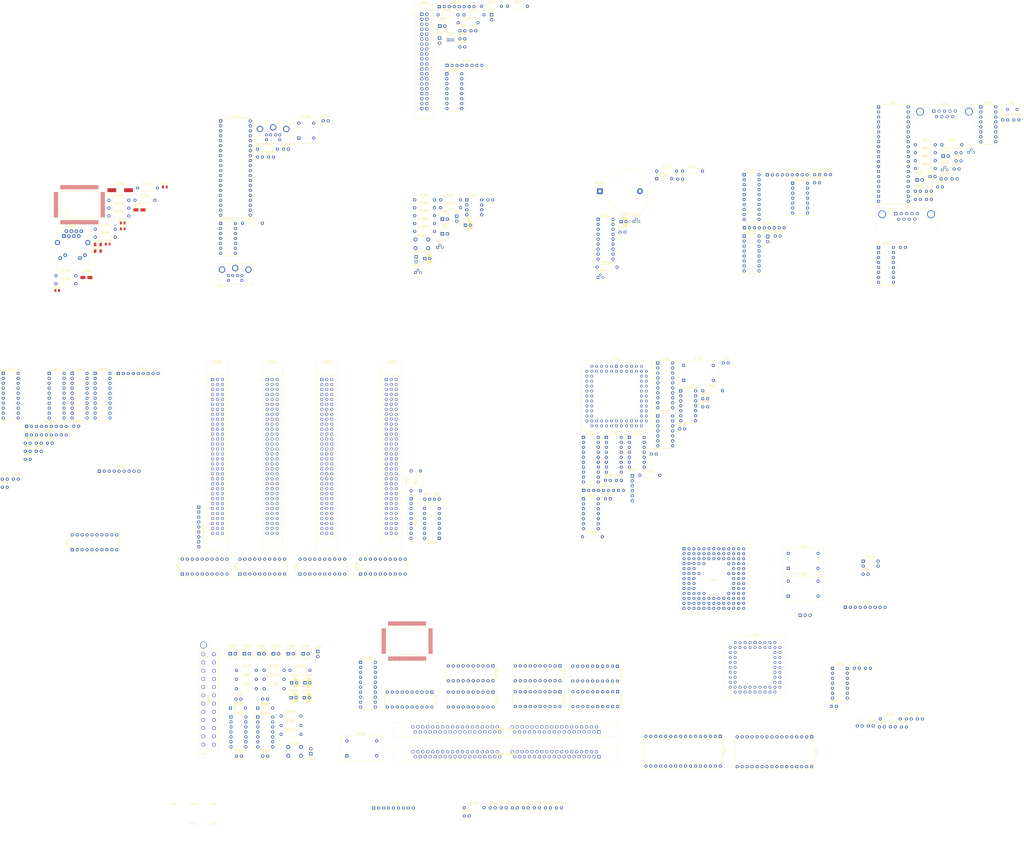
<source format=kicad_pcb>
(kicad_pcb (version 20211014) (generator pcbnew)
  (layers (0 "F.Cu" signal) (1 "In1.Cu" power) (2 "In2.Cu" power) (31 "B.Cu" signal) (34 "B.Paste" user) (35 "F.Paste" user) (36 "B.SilkS" user "B.Silkscreen") (37 "F.SilkS" user "F.Silkscreen") (38 "B.Mask" user) (39 "F.Mask" user) (44 "Edge.Cuts" user))
  (net 0 "")
  (net 1 "Net-(BT1401-Pad1)")
  (net 2 "GND")
  (net 3 "Net-(C201-Pad1)")
  (net 4 "Net-(C202-Pad1)")
  (net 5 "Net-(C203-Pad1)")
  (net 6 "+5V")
  (net 7 "Net-(C501-Pad1)")
  (net 8 "Net-(C502-Pad1)")
  (net 9 "Net-(C507-Pad1)")
  (net 10 "Net-(C507-Pad2)")
  (net 11 "Net-(C508-Pad1)")
  (net 12 "Net-(C508-Pad2)")
  (net 13 "Net-(C509-Pad1)")
  (net 14 "Net-(C510-Pad1)")
  (net 15 "Net-(C511-Pad1)")
  (net 16 "Net-(C511-Pad2)")
  (net 17 "Net-(C512-Pad1)")
  (net 18 "Net-(C512-Pad2)")
  (net 19 "Net-(C513-Pad2)")
  (net 20 "Net-(C514-Pad1)")
  (net 21 "Net-(C1302-Pad1)")
  (net 22 "Net-(C1304-Pad1)")
  (net 23 "Net-(C1403-Pad1)")
  (net 24 "+5V_SB")
  (net 25 "Net-(C1607-Pad1)")
  (net 26 "Net-(C1608-Pad1)")
  (net 27 "Net-(C1705-Pad1)")
  (net 28 "Net-(D201-Pad1)")
  (net 29 "Net-(D201-Pad2)")
  (net 30 "Net-(D202-Pad1)")
  (net 31 "Net-(D202-Pad2)")
  (net 32 "Net-(D501-Pad1)")
  (net 33 "Net-(D501-Pad2)")
  (net 34 "Net-(D502-Pad1)")
  (net 35 "Net-(D502-Pad2)")
  (net 36 "Net-(D601-Pad1)")
  (net 37 "Net-(D1301-Pad1)")
  (net 38 "Net-(D1301-Pad2)")
  (net 39 "Net-(D1302-Pad1)")
  (net 40 "Net-(D1302-Pad2)")
  (net 41 "Net-(D1601-Pad1)")
  (net 42 "Net-(D1603-Pad1)")
  (net 43 "+12V")
  (net 44 "Net-(D1604-Pad1)")
  (net 45 "Net-(D1606-Pad1)")
  (net 46 "+3V3")
  (net 47 "Net-(D1607-Pad1)")
  (net 48 "/Power/PWR_OK")
  (net 49 "-12V")
  (net 50 "Net-(D1608-Pad2)")
  (net 51 "/Expansion Slots/BD0")
  (net 52 "/Expansion Slots/BD2")
  (net 53 "/Expansion Slots/BD4")
  (net 54 "/Expansion Slots/BD6")
  (net 55 "/Expansion Slots/BD8")
  (net 56 "/Expansion Slots/BD10")
  (net 57 "/Expansion Slots/BD12")
  (net 58 "/Expansion Slots/BD14")
  (net 59 "/Expansion Slots/BA1")
  (net 60 "/Expansion Slots/BA3")
  (net 61 "/Expansion Slots/BA5")
  (net 62 "/Expansion Slots/BA7")
  (net 63 "/Expansion Slots/BA9")
  (net 64 "/Expansion Slots/BA11")
  (net 65 "/Expansion Slots/BA13")
  (net 66 "/Expansion Slots/BA15")
  (net 67 "/Expansion Slots/BA17")
  (net 68 "/Expansion Slots/BA19")
  (net 69 "/Expansion Slots/~{BAS}")
  (net 70 "/Expansion Slots/~{BVPA}")
  (net 71 "/Expansion Slots/~{BLDS}")
  (net 72 "/Expansion Slots/BRD{slash}~{WR}")
  (net 73 "/Expansion Slots/~{CS_EXTREG1}")
  (net 74 "/Expansion Slots/~{EXT_IRQ1}")
  (net 75 "/Expansion Slots/~{EXT_BERR1}")
  (net 76 "/Expansion Slots/BD16")
  (net 77 "/Expansion Slots/BD17")
  (net 78 "/Expansion Slots/BD18")
  (net 79 "/Expansion Slots/BD19")
  (net 80 "/Expansion Slots/BD20")
  (net 81 "/Expansion Slots/BD21")
  (net 82 "/Expansion Slots/BD22")
  (net 83 "/Expansion Slots/BD23")
  (net 84 "/Expansion Slots/BD24")
  (net 85 "/Expansion Slots/BD25")
  (net 86 "/Expansion Slots/BD26")
  (net 87 "/Expansion Slots/BD27")
  (net 88 "/Expansion Slots/BD28")
  (net 89 "/Expansion Slots/BD29")
  (net 90 "/Expansion Slots/BD30")
  (net 91 "/Expansion Slots/BD31")
  (net 92 "/Expansion Slots/BA0")
  (net 93 "/Expansion Slots/BA20")
  (net 94 "/Expansion Slots/BA21")
  (net 95 "/Expansion Slots/BA22")
  (net 96 "/Expansion Slots/BA23")
  (net 97 "/Expansion Slots/BA24")
  (net 98 "/Expansion Slots/BA25")
  (net 99 "/Expansion Slots/BA26")
  (net 100 "/Decode and Logic/~{DSACK1_EXT}")
  (net 101 "/Decode and Logic/~{DSACK0_EXT}")
  (net 102 "/Expansion Slots/BSIZ0")
  (net 103 "/Expansion Slots/BSIZ1")
  (net 104 "/Decode and Logic/~{EXT_PRD11}")
  (net 105 "/Expansion Slots/~{BDS}")
  (net 106 "/Expansion Slots/BCPUCLK")
  (net 107 "/Expansion Slots/BD1")
  (net 108 "/Expansion Slots/BD3")
  (net 109 "/Expansion Slots/BD5")
  (net 110 "/Expansion Slots/BD7")
  (net 111 "/Expansion Slots/BD9")
  (net 112 "/Expansion Slots/BD11")
  (net 113 "/Expansion Slots/BD13")
  (net 114 "/Expansion Slots/BD15")
  (net 115 "/Expansion Slots/BA2")
  (net 116 "/Expansion Slots/BA4")
  (net 117 "/Expansion Slots/BA6")
  (net 118 "/Expansion Slots/BA8")
  (net 119 "/Expansion Slots/BA10")
  (net 120 "/Expansion Slots/BA12")
  (net 121 "/Expansion Slots/BA14")
  (net 122 "/Expansion Slots/BA16")
  (net 123 "/Expansion Slots/BA18")
  (net 125 "/Expansion Slots/~{BVMA}")
  (net 126 "/Expansion Slots/BCLK10")
  (net 127 "/Expansion Slots/~{BUDS}")
  (net 128 "/Expansion Slots/~{BRESET}")
  (net 129 "/Expansion Slots/~{CS_EXTDATA1}")
  (net 130 "/Expansion Slots/~{DTACK_EXT1}")
  (net 131 "/Decode and Logic/~{EXT_PRD01}")
  (net 132 "/Expansion Slots/~{CS_EXTREG2}")
  (net 133 "/Expansion Slots/~{EXT_IRQ2}")
  (net 134 "/Expansion Slots/~{EXT_BERR2}")
  (net 135 "/Decode and Logic/~{EXT_PRD12}")
  (net 137 "/Expansion Slots/~{CS_EXTDATA2}")
  (net 138 "/Expansion Slots/~{DTACK_EXT2}")
  (net 139 "/Decode and Logic/~{EXT_PRD02}")
  (net 140 "/Expansion Slots/~{CS_EXTREG3}")
  (net 141 "/Expansion Slots/~{EXT_IRQ3}")
  (net 142 "/Expansion Slots/~{EXT_BERR3}")
  (net 143 "/Decode and Logic/~{EXT_PRD13}")
  (net 145 "/Expansion Slots/~{CS_EXTDATA3}")
  (net 146 "/Expansion Slots/~{DTACK_EXT3}")
  (net 147 "/Decode and Logic/~{EXT_PRD03}")
  (net 148 "/Expansion Slots/~{CS_EXTREG4}")
  (net 149 "/Expansion Slots/~{EXT_IRQ4}")
  (net 150 "/Expansion Slots/~{EXT_BERR4}")
  (net 151 "/Decode and Logic/~{EXT_PRD14}")
  (net 153 "/Expansion Slots/~{CS_EXTDATA4}")
  (net 154 "/Expansion Slots/~{DTACK_EXT4}")
  (net 155 "/Decode and Logic/~{EXT_PRD04}")
  (net 156 "Net-(J202-Pad2)")
  (net 157 "Net-(J301-Pad1)")
  (net 158 "/CPU and FPU/CPU_CLK")
  (net 159 "Net-(J301-Pad3)")
  (net 161 "Net-(J501-Pad2)")
  (net 162 "Net-(J501-Pad3)")
  (net 165 "Net-(J501-Pad7)")
  (net 166 "Net-(J501-Pad8)")
  (net 169 "Net-(J502-Pad2)")
  (net 170 "Net-(J502-Pad3)")
  (net 173 "Net-(J502-Pad7)")
  (net 174 "Net-(J502-Pad8)")
  (net 176 "Net-(J601-Pad1)")
  (net 177 "Net-(J602-Pad1)")
  (net 178 "Net-(J603-Pad1)")
  (net 179 "/ROM and SRAM/D31")
  (net 180 "/ROM and SRAM/D16")
  (net 181 "/ROM and SRAM/D30")
  (net 182 "/ROM and SRAM/D17")
  (net 183 "/ROM and SRAM/D29")
  (net 184 "/ROM and SRAM/D18")
  (net 185 "/ROM and SRAM/D28")
  (net 186 "/ROM and SRAM/D19")
  (net 187 "/ROM and SRAM/D27")
  (net 188 "/ROM and SRAM/D20")
  (net 189 "/ROM and SRAM/D26")
  (net 190 "/ROM and SRAM/D21")
  (net 191 "/ROM and SRAM/D25")
  (net 192 "/ROM and SRAM/D22")
  (net 193 "/ROM and SRAM/D24")
  (net 194 "/ROM and SRAM/D23")
  (net 195 "Net-(J603-Pad21)")
  (net 196 "Net-(J603-Pad23)")
  (net 197 "Net-(J603-Pad25)")
  (net 199 "Net-(J603-Pad29)")
  (net 200 "/IDE/IRQ")
  (net 202 "Net-(J603-Pad33)")
  (net 204 "Net-(J603-Pad35)")
  (net 205 "Net-(J603-Pad36)")
  (net 206 "Net-(J603-Pad37)")
  (net 207 "Net-(J603-Pad38)")
  (net 208 "/IDE/ACTIVE")
  (net 209 "/Decode and Logic/TCK")
  (net 210 "/Decode and Logic/TDI")
  (net 211 "/Decode and Logic/TDO")
  (net 212 "/Decode and Logic/TMS")
  (net 214 "Net-(J1201-Pad5)")
  (net 216 "Net-(J1201-Pad1)")
  (net 218 "Net-(J1202-Pad5)")
  (net 220 "Net-(J1202-Pad1)")
  (net 221 "Net-(J1301-PadL1)")
  (net 222 "Net-(J1301-PadL2)")
  (net 223 "Net-(J1301-PadL3)")
  (net 224 "Net-(J1301-PadL4)")
  (net 225 "Net-(J1301-PadR1)")
  (net 226 "Net-(J1301-PadR2)")
  (net 227 "Net-(J1301-PadR3)")
  (net 228 "Net-(J1301-PadR6)")
  (net 230 "/Power/~{PWR_ON}")
  (net 232 "Net-(J1602-Pad1)")
  (net 233 "Net-(J1603-Pad2)")
  (net 234 "/DRAM/RAM_D0")
  (net 235 "/DRAM/RAM_D16")
  (net 236 "/DRAM/RAM_D1")
  (net 237 "/DRAM/RAM_D17")
  (net 238 "/DRAM/RAM_D2")
  (net 239 "/DRAM/RAM_D18")
  (net 240 "/DRAM/RAM_D3")
  (net 241 "/DRAM/RAM_D19")
  (net 242 "/DRAM/SIM_A0")
  (net 243 "/DRAM/SIM_A1")
  (net 244 "/DRAM/SIM_A2")
  (net 245 "/DRAM/SIM_A3")
  (net 246 "/DRAM/SIM_A4")
  (net 247 "/DRAM/SIM_A5")
  (net 248 "/DRAM/SIM_A6")
  (net 249 "/DRAM/SIM_A10")
  (net 250 "/DRAM/RAM_D4")
  (net 251 "/DRAM/RAM_D20")
  (net 252 "/DRAM/RAM_D5")
  (net 253 "/DRAM/RAM_D21")
  (net 254 "/DRAM/RAM_D6")
  (net 255 "/DRAM/RAM_D22")
  (net 256 "/DRAM/RAM_D7")
  (net 257 "/DRAM/RAM_D23")
  (net 258 "/DRAM/SIM_A7")
  (net 259 "/DRAM/SIM_A11")
  (net 260 "/DRAM/SIM_A8")
  (net 261 "/DRAM/SIM_A9")
  (net 262 "/DRAM/~{BRAS3}")
  (net 263 "/DRAM/~{BRAS2}")
  (net 264 "/DRAM/~{BCAS_B0}")
  (net 265 "/DRAM/~{BCAS_B2}")
  (net 266 "/DRAM/~{BCAS_B3}")
  (net 267 "/DRAM/~{BCAS_B1}")
  (net 268 "/DRAM/~{BRAS0}")
  (net 269 "/DRAM/~{BRAS1}")
  (net 270 "/DRAM/~{RAM_WE}")
  (net 271 "/DRAM/RAM_D8")
  (net 272 "/DRAM/RAM_D24")
  (net 273 "/DRAM/RAM_D9")
  (net 274 "/DRAM/RAM_D25")
  (net 275 "/DRAM/RAM_D10")
  (net 276 "/DRAM/RAM_D26")
  (net 277 "/DRAM/RAM_D11")
  (net 278 "/DRAM/RAM_D27")
  (net 279 "/DRAM/RAM_D12")
  (net 280 "/DRAM/RAM_D28")
  (net 281 "/DRAM/RAM_D29")
  (net 282 "/DRAM/RAM_D13")
  (net 283 "/DRAM/RAM_D30")
  (net 284 "/DRAM/RAM_D14")
  (net 285 "/DRAM/RAM_D31")
  (net 286 "/DRAM/RAM_D15")
  (net 287 "/DRAM/PRDB0")
  (net 288 "/DRAM/PRDB1")
  (net 289 "/DRAM/PRDB2")
  (net 290 "/DRAM/PRDB3")
  (net 291 "Net-(Q201-Pad2)")
  (net 292 "Net-(Q202-Pad2)")
  (net 293 "Net-(Q501-Pad2)")
  (net 294 "Net-(Q502-Pad2)")
  (net 295 "/IDE/~{INT_IDE}")
  (net 296 "Net-(Q1401-Pad2)")
  (net 297 "Net-(Q1401-Pad3)")
  (net 298 "Net-(Q1402-Pad2)")
  (net 299 "/CPU and FPU/~{RESET}")
  (net 300 "/Decode and Logic/RUN")
  (net 301 "/CPU and FPU/~{FPUSENSE}")
  (net 302 "Net-(R501-Pad2)")
  (net 303 "/Serial/TXDA")
  (net 304 "/Serial/RXDA")
  (net 305 "Net-(R701-Pad2)")
  (net 306 "/CPU and FPU/~{DSACK0}")
  (net 307 "/CPU and FPU/~{DSACK1}")
  (net 308 "Net-(R1001-Pad2)")
  (net 309 "/Interrupts/~{INT_KBD}")
  (net 310 "/Interrupts/~{INT_MOUSE}")
  (net 311 "Net-(R1301-Pad1)")
  (net 312 "Net-(R1302-Pad1)")
  (net 313 "/Decode and Logic/INT_ETH")
  (net 314 "Net-(R1304-Pad1)")
  (net 315 "Net-(R1304-Pad2)")
  (net 316 "Net-(RN301-Pad2)")
  (net 317 "Net-(RN301-Pad3)")
  (net 318 "Net-(RN301-Pad4)")
  (net 319 "/CPU and FPU/~{CIIN}")
  (net 320 "/CPU and FPU/~{AVEC}")
  (net 321 "/CPU and FPU/~{CBACK}")
  (net 322 "/CPU and FPU/~{MMUDIS}")
  (net 323 "/CPU and FPU/~{CDIS}")
  (net 324 "/ROM and SRAM/A1")
  (net 325 "/ROM and SRAM/A2")
  (net 326 "/ROM and SRAM/A3")
  (net 329 "/CPU and FPU/R{slash}~{W}")
  (net 330 "/Decode and Logic/~{R}{slash}W")
  (net 333 "/DRAM/PRDA3")
  (net 334 "/DRAM/PRDA2")
  (net 335 "/DRAM/PRDA1")
  (net 336 "/DRAM/PRDA0")
  (net 337 "Net-(RN1701-Pad9)")
  (net 338 "/Decode and Logic/~{INT_ETH}")
  (net 347 "/DRAM/~{BCAS_A0}")
  (net 348 "/DRAM/~{BCAS_A2}")
  (net 349 "/DRAM/~{BCAS_A3}")
  (net 350 "/DRAM/~{BCAS_A1}")
  (net 355 "/Decode and Logic/RESET")
  (net 356 "/ROM and SRAM/A17")
  (net 357 "/ROM and SRAM/A19")
  (net 358 "/ROM and SRAM/A21")
  (net 359 "/ROM and SRAM/A10")
  (net 360 "/ROM and SRAM/A13")
  (net 361 "/ROM and SRAM/A28")
  (net 362 "/ROM and SRAM/A26")
  (net 363 "/ROM and SRAM/A23")
  (net 364 "/ROM and SRAM/A0")
  (net 365 "/ROM and SRAM/A30")
  (net 366 "/ROM and SRAM/A24")
  (net 367 "/ROM and SRAM/A15")
  (net 368 "/ROM and SRAM/A14")
  (net 369 "/ROM and SRAM/A16")
  (net 370 "/ROM and SRAM/A20")
  (net 371 "/ROM and SRAM/A7")
  (net 372 "/ROM and SRAM/A8")
  (net 373 "/ROM and SRAM/A29")
  (net 374 "/ROM and SRAM/A27")
  (net 376 "/ROM and SRAM/A22")
  (net 379 "/ROM and SRAM/A25")
  (net 380 "/ROM and SRAM/A12")
  (net 381 "/ROM and SRAM/A11")
  (net 382 "/ROM and SRAM/A18")
  (net 383 "/ROM and SRAM/A4")
  (net 384 "/ROM and SRAM/A5")
  (net 385 "/CPU and FPU/FC1")
  (net 387 "/ROM and SRAM/A9")
  (net 388 "/CPU and FPU/FC2")
  (net 389 "/CPU and FPU/FC0")
  (net 391 "/CPU and FPU/~{IPEND}")
  (net 392 "/CPU and FPU/~{IPL1}")
  (net 393 "/CPU and FPU/~{IPL2}")
  (net 394 "/CPU and FPU/~{STERM}")
  (net 395 "/CPU and FPU/~{IPL0}")
  (net 396 "/CPU and FPU/~{BERR}")
  (net 399 "/CPU and FPU/~{AS}")
  (net 400 "/ROM and SRAM/D0")
  (net 401 "/ROM and SRAM/D1")
  (net 402 "/CPU and FPU/~{CBREQ}")
  (net 403 "/CPU and FPU/~{DS}")
  (net 404 "/CPU and FPU/SIZ1")
  (net 405 "/ROM and SRAM/D10")
  (net 406 "/ROM and SRAM/D2")
  (net 407 "/ROM and SRAM/D4")
  (net 408 "/CPU and FPU/SIZ0")
  (net 409 "/ROM and SRAM/D7")
  (net 410 "/ROM and SRAM/D12")
  (net 411 "/ROM and SRAM/D14")
  (net 412 "/ROM and SRAM/D3")
  (net 413 "/ROM and SRAM/D6")
  (net 416 "/ROM and SRAM/D9")
  (net 417 "/ROM and SRAM/D15")
  (net 418 "/ROM and SRAM/D13")
  (net 419 "/ROM and SRAM/D11")
  (net 420 "/ROM and SRAM/D8")
  (net 421 "/ROM and SRAM/A6")
  (net 422 "/ROM and SRAM/D5")
  (net 423 "/CPU and FPU/~{CS_FPU}")
  (net 424 "Net-(U401-Pad22)")
  (net 425 "Net-(U403-Pad22)")
  (net 426 "/Decode and Logic/~{LDS}")
  (net 427 "/Decode and Logic/~{CS_ROM}")
  (net 428 "Net-(C1701-Pad1)")
  (net 429 "/Decode and Logic/~{UDS}")
  (net 431 "Net-(U501-Pad4)")
  (net 432 "Net-(U501-Pad7)")
  (net 433 "/Decode and Logic/~{DTACK_DUART}")
  (net 434 "Net-(U501-Pad10)")
  (net 435 "Net-(U501-Pad11)")
  (net 436 "Net-(U501-Pad12)")
  (net 440 "/Interrupts/~{INT_DUART}")
  (net 444 "Net-(U501-Pad29)")
  (net 445 "/Decode and Logic/~{CS_DUART}")
  (net 449 "/Decode and Logic/~{CS_IDE}")
  (net 456 "Net-(U701-Pad1)")
  (net 457 "Net-(U701-Pad3)")
  (net 465 "Net-(U703-Pad9)")
  (net 466 "/Decode and Logic/EXPSELEN")
  (net 467 "/DRAM/~{CS_DRAMPD}")
  (net 468 "/Decode and Logic/~{VMA}")
  (net 469 "/Decode and Logic/CLK10")
  (net 470 "/Decode and Logic/~{CS_STATUS}")
  (net 471 "/Decode and Logic/~{CPLD_DSACK0}")
  (net 472 "/Decode and Logic/~{CPLD_DSACK1}")
  (net 473 "Net-(RN1701-Pad2)")
  (net 474 "Net-(RN1701-Pad3)")
  (net 475 "/Decode and Logic/~{EXT_DTACK}")
  (net 476 "/Decode and Logic/~{EXT_BERR}")
  (net 477 "/Decode and Logic/~{EXT_DBEN}")
  (net 478 "/DRAM/JTAG_TDI")
  (net 479 "/Decode and Logic/EXPSEL2")
  (net 480 "/Decode and Logic/EXPSEL1")
  (net 481 "/Decode and Logic/EXPSEL0")
  (net 482 "/DRAM/~{CS_DRAM}")
  (net 483 "/DRAM/~{CS_DRAMCPLD}")
  (net 484 "/Decode and Logic/~{CS_INTERRUPT}")
  (net 485 "/Decode and Logic/~{CS_RTC}")
  (net 486 "/Decode and Logic/~{CS_KBD}")
  (net 487 "/Decode and Logic/~{CS_ETH}")
  (net 488 "/Decode and Logic/~{CS_CARDPRD}")
  (net 492 "/Decode and Logic/BOOTROM")
  (net 497 "/DRAM/~{DSACK0}")
  (net 498 "/DRAM/~{DSACK1}")
  (net 508 "Net-(U1001-Pad24)")
  (net 513 "/DRAM/MUX_A0")
  (net 514 "/DRAM/MUX_A1")
  (net 515 "/DRAM/MUX_A2")
  (net 516 "/DRAM/MUX_A3")
  (net 517 "/DRAM/MUX_A4")
  (net 518 "/DRAM/MUX_A5")
  (net 519 "/DRAM/MUX_A6")
  (net 520 "/DRAM/MUX_A7")
  (net 521 "/DRAM/MUX_A8")
  (net 522 "/DRAM/MUX_A9")
  (net 523 "/DRAM/MUX_A10")
  (net 524 "/DRAM/MUX_A11")
  (net 525 "/DRAM/~{RAS0}")
  (net 526 "/DRAM/~{RAS1}")
  (net 527 "/DRAM/~{RAS2}")
  (net 528 "/DRAM/~{RAS3}")
  (net 529 "/DRAM/~{CAS_A0}")
  (net 530 "/DRAM/~{CAS_A1}")
  (net 531 "/DRAM/~{CAS_A2}")
  (net 532 "/DRAM/~{CAS_A3}")
  (net 533 "/DRAM/~{CAS_B0}")
  (net 534 "/DRAM/~{CAS_B1}")
  (net 535 "/DRAM/~{CAS_B2}")
  (net 536 "/DRAM/~{CAS_B3}")
  (net 537 "/DRAM/RAM_DIR")
  (net 538 "Net-(U1201-Pad1)")
  (net 539 "Net-(U1201-Pad3)")
  (net 540 "Net-(U1201-Pad5)")
  (net 541 "Net-(U1201-Pad9)")
  (net 542 "Net-(U1201-Pad11)")
  (net 543 "Net-(U1201-Pad13)")
  (net 544 "Net-(U1202-Pad3)")
  (net 558 "/Ethernet/D24")
  (net 559 "/Ethernet/D25")
  (net 560 "/Ethernet/D26")
  (net 561 "/Ethernet/D27")
  (net 562 "/Ethernet/D28")
  (net 563 "/Ethernet/D29")
  (net 564 "/Ethernet/D30")
  (net 565 "/Ethernet/D31")
  (net 589 "/Ethernet/D23")
  (net 590 "/Ethernet/D22")
  (net 591 "/Ethernet/D21")
  (net 592 "/Ethernet/D20")
  (net 593 "/Ethernet/D19")
  (net 594 "/Ethernet/D18")
  (net 595 "/Ethernet/D17")
  (net 596 "/Ethernet/D16")
  (net 604 "Net-(U1601-Pad2)")
  (net 605 "Net-(U1601-Pad4)")
  (net 606 "Net-(U1601-Pad6)")
  (net 610 "Net-(U1602-Pad2)")
  (net 613 "Net-(U1702-Pad6)")
  (net 630 "Net-(RN1701-Pad4)")
  (net 631 "Net-(RN1701-Pad5)")
  (footprint "Capacitor_THT:C_Disc_D3.8mm_W2.6mm_P2.50mm" (layer "F.Cu") (at 55.9 238.252)
    (fp_text reference "C1605")
    (fp_text value "100nF")
  )
  (footprint "Resistor_THT:R_Axial_DIN0207_L6.3mm_D2.5mm_P10.16mm_Horizontal" (layer "F.Cu") (at 403.4 -74.67)
    (fp_text reference "R503")
    (fp_text value "150R")
  )
  (footprint "LED_THT:LED_D5.0mm" (layer "F.Cu") (at 52.749001 185.812244)
    (fp_text reference "D1601")
    (fp_text value "LED")
  )
  (footprint "Capacitor_THT:C_Disc_D3.8mm_W2.6mm_P2.50mm" (layer "F.Cu") (at 184.58 -46.45)
    (fp_text reference "C202")
    (fp_text value "10nF")
  )
  (footprint "Ddraig:58220214" (layer "F.Cu") (at 241.427 238.506)
    (fp_text reference "JSIMM1001")
    (fp_text value "SIMM-72" hide)
  )
  (footprint "Connector_Dsub:DSUB-9_Male_Horizontal_P2.77x2.84mm_EdgePinOffset4.94mm_Housed_MountingHolesOffset7.48mm" (layer "F.Cu") (at 393.35 -39.410662)
    (fp_text reference "J501")
    (fp_text value "Serial1")
  )
  (footprint "Capacitor_THT:C_Disc_D3.8mm_W2.6mm_P2.50mm" (layer "F.Cu") (at 331.65 -27.95)
    (fp_text reference "C1703")
    (fp_text value "100nF")
  )
  (footprint "Resistor_THT:R_Axial_DIN0207_L6.3mm_D2.5mm_P10.16mm_Horizontal" (layer "F.Cu") (at -16.29 -27.36)
    (fp_text reference "R1304")
    (fp_text value "10M")
  )
  (footprint "LED_THT:LED_D5.0mm" (layer "F.Cu") (at 161.32 -36.65)
    (fp_text reference "D201")
    (fp_text value "RED")
  )
  (footprint "Resistor_THT:R_Array_SIP9" (layer "F.Cu") (at -4.534 42.37)
    (fp_text reference "RN902")
    (fp_text value "10K")
  )
  (footprint "Ddraig:RTL8019AS" (layer "F.Cu") (at -24.5 -44)
    (fp_text reference "U1301")
    (fp_text value "RTL8019AS")
  )
  (footprint "Package_DIP:DIP-16_W7.62mm_Socket" (layer "F.Cu") (at 315.75 -27.9)
    (fp_text reference "U1704")
    (fp_text value "74LS148")
  )
  (footprint "Resistor_THT:R_Axial_DIN0207_L6.3mm_D2.5mm_P10.16mm_Horizontal" (layer "F.Cu") (at -9.36 -46.29)
    (fp_text reference "R1306")
    (fp_text value "680R")
  )
  (footprint "Ddraig:RTL8019AS" (layer "F.Cu") (at 143.256 179.324)
    (fp_text reference "U1001")
    (fp_text value "XC95108PQ100")
  )
  (footprint "LED_THT:LED_D5.0mm" (layer "F.Cu") (at 159.99 -135.4)
    (fp_text reference "D601")
    (fp_text value "Blue")
  )
  (footprint "Resistor_THT:R_Axial_DIN0207_L6.3mm_D2.5mm_P10.16mm_Horizontal" (layer "F.Cu") (at 78.74 227.076)
    (fp_text reference "R1602")
    (fp_text value "470R")
  )
  (footprint "Capacitor_THT:C_Disc_D3.8mm_W2.6mm_P2.50mm" (layer "F.Cu") (at -58.284 96.47)
    (fp_text reference "C909")
    (fp_text value "100nF")
  )
  (footprint "Capacitor_THT:C_Disc_D3.8mm_W2.6mm_P2.50mm" (layer "F.Cu") (at 404.414 219.188)
    (fp_text reference "C307")
    (fp_text value "100nF")
  )
  (footprint "Resistor_THT:R_Axial_DIN0207_L6.3mm_D2.5mm_P10.16mm_Horizontal" (layer "F.Cu") (at 55.88 203.708)
    (fp_text reference "R1604")
    (fp_text value "680R")
  )
  (footprint "Package_DIP:DIP-14_W7.62mm_Socket" (layer "F.Cu") (at 360.934 193.294)
    (fp_text reference "U405")
    (fp_text value "74LS32")
  )
  (footprint "Resistor_THT:R_Axial_DIN0207_L6.3mm_D2.5mm_P10.16mm_Horizontal" (layer "F.Cu") (at 385.454 219.138)
    (fp_text reference "R301")
    (fp_text value "10K")
  )
  (footprint "Ddraig:DIN41612_C_3x32_Female_Vertical_THT" (layer "F.Cu") (at 71.628 45.466)
    (fp_text reference "EXP802")
    (fp_text value "SLOT2")
  )
  (footprint "Capacitor_THT:C_Disc_D3.8mm_W2.6mm_P2.50mm" (layer "F.Cu") (at -52.184 82.22)
    (fp_text reference "C904")
    (fp_text value "100nF")
  )
  (footprint "Package_DIP:DIP-4_W7.62mm" (layer "F.Cu") (at 376.692 138.425)
    (fp_text reference "SW301")
    (fp_text value "SW_DIP_x02")
  )
  (footprint "Resistor_THT:R_Axial_DIN0207_L6.3mm_D2.5mm_P10.16mm_Horizontal" (layer "F.Cu") (at 232.982 125.938)
    (fp_text reference "R701")
    (fp_text value "4K7")
  )
  (footprint "Resistor_THT:R_Axial_DIN0207_L6.3mm_D2.5mm_P10.16mm_Horizontal" (layer "F.Cu") (at 147.11 -34.35)
    (fp_text reference "R206")
    (fp_text value "150R")
  )
  (footprint "LED_THT:LED_D5.0mm" (layer "F.Cu") (at 67.481001 185.812244)
    (fp_text reference "D1604")
    (fp_text value "LED")
  )
  (footprint "Ddraig:MC68030RC" (layer "F.Cu") (at 300.228 147.32 180)
    (fp_text reference "U301")
    (fp_text value "MC68030")
  )
  (footprint "MountingHole:MountingHole_4.3mm_M4" (layer "F.Cu") (at 43.668 278.13)
    (fp_text reference "H106")
    (fp_text value "MountingHole")
  )
  (footprint "Crystal:Crystal_HC18-U_Vertical" (layer "F.Cu") (at 450.55 -92.8)
    (fp_text reference "Y501")
    (fp_text value "3.6864MHz")
  )
  (footprint "Capacitor_THT:C_Disc_D3.8mm_W2.6mm_P2.50mm" (layer "F.Cu") (at 351.8 -55.25)
    (fp_text reference "C1702")
    (fp_text value "100nF")
  )
  (footprint "Package_DIP:DIP-20_W7.62mm_Socket" (layer "F.Cu") (at -39.934 42.32)
    (fp_text reference "U902")
    (fp_text value "74LS245")
  )
  (footprint "Package_TO_SOT_THT:TO-92" (layer "F.Cu") (at 430.67 -70.82)
    (fp_text reference "Q501")
    (fp_text value "2N4403")
  )
  (footprint "Resistor_THT:R_Axial_DIN0207_L6.3mm_D2.5mm_P10.16mm_Horizontal" (layer "F.Cu") (at 403.4 -66.57)
    (fp_text reference "R504")
    (fp_text value "150R")
  )
  (footprint "Package_DIP:DIP-18_W7.62mm_Socket" (layer "F.Cu") (at 241 -36.5)
    (fp_text reference "U1401")
    (fp_text value "RTC-72421")
  )
  (footprint "Capacitor_THT:C_Disc_D3.8mm_W2.6mm_P2.50mm" (layer "F.Cu") (at 294.532 59.438)
    (fp_text reference "C705")
    (fp_text value "100nF")
  )
  (footprint "Capacitor_SMD:C_0805_2012Metric" (layer "F.Cu") (at -2.33 -34.66)
    (fp_text reference "C1302")
    (fp_text value "10nF")
  )
  (footprint "Capacitor_THT:C_Disc_D3.8mm_W2.6mm_P2.50mm" (layer "F.Cu") (at 214.048 264.672)
    (fp_text reference "C1007")
    (fp_text value "100nF")
  )
  (footprint "Ddraig:MINI-DIN-6-FULL-SHIELD" (layer "F.Cu") (at 55.26 -16.269833)
    (fp_text reference "J1202")
    (fp_text value "Mouse" hide)
  )
  (footprint "Package_LCC:PLCC-68_THT-Socket" (layer "F.Cu") (at 321.31 180.086)
    (fp_text reference "U302")
    (fp_text value "MC68881FN")
  )
  (footprint "Capacitor_THT:C_Disc_D3.8mm_W2.6mm_P2.50mm" (layer "F.Cu") (at 390.584 223.238)
    (fp_text reference "C303")
    (fp_text value "100nF")
  )
  (footprint "Capacitor_THT:C_Disc_D3.8mm_W2.6mm_P2.50mm" (layer "F.Cu") (at 305.032 36.988)
    (fp_text reference "C704")
    (fp_text value "100nF")
  )
  (footprint "Capacitor_THT:C_Disc_D3.8mm_W2.6mm_P2.50mm" (layer "F.Cu") (at 170.25 -133.05)
    (fp_text reference "C601")
    (fp_text value "100nF")
  )
  (footprint "Resistor_THT:R_Axial_DIN0207_L6.3mm_D2.5mm_P10.16mm_Horizontal" (layer "F.Cu") (at 194.65 -145.55)
    (fp_text reference "R605")
    (fp_text value "10K")
  )
  (footprint "Capacitor_THT:C_Disc_D3.8mm_W2.6mm_P2.50mm" (layer "F.Cu") (at 252.25 -30)
    (fp_text reference "C1402")
    (fp_text value "100nF")
  )
  (footprint "Ddraig:DIN41612_C_3x32_Female_Vertical_THT" (layer "F.Cu") (at 99.568 45.466)
    (fp_text reference "EXP803")
    (fp_text value "SLOT3")
  )
  (footprint "Capacitor_THT:C_Disc_D3.8mm_W2.6mm_P2.50mm" (layer "F.Cu") (at -63.934 96.47)
    (fp_text reference "C902")
    (fp_text value "100nF")
  )
  (footprint "Capacitor_THT:C_Disc_D3.8mm_W2.6mm_P2.50mm" (layer "F.Cu") (at 69.382 238.252)
    (fp_text reference "C1606")
    (fp_text value "100nF")
  )
  (footprint "Ddraig:DIN41612_C_3x32_Female_Vertical_THT" (layer "F.Cu") (at 132.588 45.466)
    (fp_text reference "EXP804")
    (fp_text value "SLOT4")
  )
  (footprint "Package_DIP:DIP-20_W7.62mm_Socket" (layer "F.Cu") (at -28.189 132.578 90)
    (fp_text reference "U901")
    (fp_text value "74LS245")
  )
  (footprint "Package_DIP:DIP-20_W7.62mm_Socket" (layer "F.Cu") (at 28.199 145.024 90)
    (fp_text reference "U909")
    (fp_text value "74LS245")
  )
  (footprint "LED_THT:LED_D5.0mm" (layer "F.Cu") (at 161.32 -29.1)
    (fp_text reference "D202")
    (fp_text value "GREEN")
  )
  (footprint "Package_DIP:DIP-20_W7.62mm_Socket" (layer "F.Cu") (at 271.532 37.038)
    (fp_text reference "U708")
    (fp_text value "74LS541")
  )
  (footprint "Capacitor_THT:C_Disc_D3.8mm_W2.6mm_P2.50mm" (layer "F.Cu") (at -46.534 78.07)
    (fp_text reference "C903")
    (fp_text value "100nF")
  )
  (footprint "Capacitor_SMD:C_0805_2012Metric" (layer "F.Cu") (at 19.25 -53.06)
    (fp_text reference "C1303")
    (fp_text value "100nF")
  )
  (footprint "Connector_PinHeader_2.54mm:PinHeader_1x02_P2.54mm_Vertical" (layer "F.Cu") (at 97.536 184.658)
    (fp_text reference "J1603")
    (fp_text value "PWRLED")
  )
  (footprint "Diode_THT:D_DO-35_SOD27_P7.62mm_Horizontal" (layer "F.Cu") (at 66.802 213.614)
    (fp_text reference "D1602")
    (fp_text value "1N4148")
  )
  (footprint "Capacitor_THT:C_Disc_D3.8mm_W2.6mm_P2.50mm" (layer "F.Cu") (at 191.448 264.672)
    (fp_text reference "C1006")
    (fp_text value "100nF")
  )
  (footprint "Capacitor_THT:C_Disc_D3.8mm_W2.6mm_P2.50mm" (layer "F.Cu") (at 250.382 97.088)
    (fp_text reference "C708")
    (fp_text value "100nF")
  )
  (footprint "Capacitor_SMD:CP_Elec_4x5.7" (layer "F.Cu") (at 6.25 -41.34)
    (fp_text reference "C1307")
    (fp_text value "47uF")
  )
  (footprint "Capacitor_THT:C_Disc_D3.8mm_W2.6mm_P2.50mm" (layer "F.Cu") (at 410.9 -58.42)
    (fp_text reference "C511")
    (fp_text value "100nF")
  )
  (footprint "Resistor_THT:R_Axial_DIN0207_L6.3mm_D2.5mm_P10.16mm_Horizontal" (layer "F.Cu") (at 159.09 -141.2)
    (fp_text reference "R602")
    (fp_text value "330R")
  )
  (footprint "Resistor_THT:R_Axial_DIN0207_L6.3mm_D2.5mm_P10.16mm_Horizontal" (layer "F.Cu") (at 3.95 -46.29)
    (fp_text reference "R1301")
    (fp_text value "27K")
  )
  (footprint "MountingHole:MountingHole_4.3mm_M4" (layer "F.Cu") (at 33.518 267.98)
    (fp_text reference "H105")
    (fp_text value "MountingHole")
  )
  (footprint "Resistor_THT:R_Axial_DIN0207_L6.3mm_D2.5mm_P10.16mm_Horizontal" (layer "F.Cu") (at 160.42 -42.45)
    (fp_text reference "R205")
    (fp_text value "1K")
  )
  (footprint "LED_THT:LED_D5.0mm" (layer "F.Cu") (at 417.61 -68.87)
    (fp_text reference "D502")
    (fp_text value "Green")
  )
  (footprint "Capacitor_THT:C_Disc_D3.8mm_W2.6mm_P2.50mm" (layer "F.Cu") (at 244.732 106.488)
    (fp_text reference "C702")
    (fp_text value "100nF")
  )
  (footprint "Capacitor_THT:C_Disc_D3.8mm_W2.6mm_P2.50mm" (layer "F.Cu") (at 409.05 -50.87)
    (fp_text reference "C513")
    (fp_text value "100nF")
  )
  (footprint "Oscillator:Oscillator_DIP-14" (layer "F.Cu") (at 112.395 237.998)
    (fp_text reference "X1001")
    (fp_text value "80Mhz")
  )
  (footprint "Package_DIP:DIP-14_W7.62mm_Socket" (layer "F.Cu") (at 271.532 64.138)
    (fp_text reference "U701")
    (fp_text value "74LS07")
  )
  (footprint "Resistor_THT:R_Axial_DIN0207_L6.3mm_D2.5mm_P10.16mm_Horizontal" (layer "F.Cu") (at 5.29 -52.54)
    (fp_text reference "R1307")
    (fp_text value "680R")
  )
  (footprint "Resistor_THT:R_Axial_DIN0207_L6.3mm_D2.5mm_P10.16mm_Horizontal" (layer "F.Cu") (at 78.74 222.504)
    (fp_text reference "R1601")
    (fp_text value "10K")
  )
  (footprint "Capacitor_THT:C_Disc_D3.8mm_W2.6mm_P2.50mm" (layer "F.Cu") (at 376.642 145.125)
    (fp_text reference "C306")
    (fp_text value "100nF")
  )
  (footprint "Oscillator:Oscillator_DIP-14" (layer "F.Cu") (at 338.328 142.094)
    (fp_text reference "X301")
    (fp_text value "40Mhz")
  )
  (footprint "Capacitor_THT:CP_Radial_D5.0mm_P2.50mm" (layer "F.Cu") (at 90.678 208.28)
    (fp_text reference "C1601")
    (fp_text value "47uF")
  )
  (footprint "LED_THT:LED_D5.0mm" (layer "F.Cu") (at 82.467001 185.812244)
    (fp_text reference "D1607")
    (fp_text value "LED")
  )
  (footprint "Connector_PinHeader_2.54mm:PinHeader_1x02_P2.54mm_Vertical" (layer "F.Cu") (at 93.98 236.982 180)
    (fp_text reference "J1602")
    (fp_text value "ExtPWR")
  )
  (footprint "Package_TO_SOT_THT:TO-92" (layer "F.Cu") (at 259.29 -35.37)
    (fp_text reference "Q1402")
    (fp_text value "2N4403")
  )
  (footprint "Resistor_THT:R_Axial_DIN0207_L6.3mm_D2.5mm_P10.16mm_Horizontal" (layer "F.Cu") (at 284.26 -61.15)
    (fp_text reference "R1401")
    (fp_text value "4K7")
  )
  (footprint "LED_THT:LED_D5.0mm" (layer "F.Cu") (at 90.082001 185.812244)
    (fp_text reference "D1608")
    (fp_text value "LED")
  )
  (footprint "MountingHole:MountingHole_4.3mm_M4" (layer "F.Cu") (at 43.668 267.98)
    (fp_text reference "H103")
    (fp_text value "MountingHole")
  )
  (footprint "Resistor_THT:R_Array_SIP8" (layer "F.Cu") (at 159.74 -145.4)
    (fp_text reference "RN602")
    (fp_text value "22R")
  )
  (footprint "Package_DIP:DIP-14_W7.62mm_Socket" (layer "F.Cu") (at 256.982 75.088)
    (fp_text reference "U704")
    (fp_text value "74HC164")
  )
  (footprint "Resistor_THT:R_Axial_DIN0207_L6.3mm_D2.5mm_P10.16mm_Horizontal" (layer "F.Cu") (at 147.11 -38.4)
    (fp_text reference "R202")
    (fp_text value "150R")
  )
  (footprint "Capacitor_THT:CP_Radial_D5.0mm_P2.50mm" (layer "F.Cu") (at 152.299775 -16.45)
    (fp_text reference "C201")
    (fp_text value "10uF")
  )
  (footprint "Capacitor_THT:C_Disc_D3.8mm_W2.6mm_P2.50mm" (layer "F.Cu") (at 100.31 -86.944833)
    (fp_text reference "C1202")
    (fp_text value "100nF")
  )
  (footprint "Capacitor_THT:C_Disc_D3.8mm_W2.6mm_P2.50mm" (layer "F.Cu") (at 71.842 209.042 180)
    (fp_text reference "C1602")
    (fp_text value "100nF")
  )
  (footprint "Capacitor_THT:C_Disc_D3.8mm_W2.6mm_P2.50mm" (layer "F.Cu") (at 448.1 -87.4)
    (fp_text reference "C509")
    (fp_text value "100nF")
  )
  (footprint "Package_DIP:DIP-14_W7.62mm_Socket" (layer "F.Cu") (at 233.482 106.538)
    (fp_text reference "U702")
    (fp_text value "74LS04")
  )
  (footprint "Resistor_THT:R_Axial_DIN0207_L6.3mm_D2.5mm_P10.16mm_Horizontal" (layer "F.Cu") (at 150.104 102.367 90)
    (fp_text reference "R801")
    (fp_text value "10K")
  )
  (footprint "Capacitor_THT:C_Disc_D3.8mm_W2.6mm_P2.50mm" (layer "F.Cu") (at 423.22 -62.27)
    (fp_text reference "C503")
    (fp_text value "100nF")
  )
  (footprint "Capacitor_THT:C_Disc_D3.8mm_W2.6mm_P2.50mm" (layer "F.Cu") (at -52.184 78.07)
    (fp_text reference "C901")
    (fp_text value "100nF")
  )
  (footprint "Package_TO_SOT_THT:TO-92" (layer "F.Cu") (at 240.91 -6.77)
    (fp_text reference "Q1401")
    (fp_text value "BC549B")
  )
  (footprint "LED_THT:LED_D5.0mm" (layer "F.Cu") (at 59.983001 185.812244)
    (fp_text reference "D1603")
    (fp_text value "LED")
  )
  (footprint "Capacitor_THT:C_Disc_D3.8mm_W2.6mm_P2.50mm" (layer "F.Cu") (at 244.732 97.088)
    (fp_text reference "C706")
    (fp_text value "100nF")
  )
  (footprint "Capacitor_THT:C_Disc_D3.8mm_W2.6mm_P2.50mm" (layer "F.Cu") (at 360.434 212.744)
    (fp_text reference "C401")
    (fp_text value "100nF")
  )
  (footprint "Resistor_THT:R_Array_SIP9" (layer "F.Cu") (at -14.296 92.38)
    (fp_text reference "RN901")
    (fp_text value "10K")
  )
  (footprint "Capacitor_THT:CP_Radial_D5.0mm_P2.50mm" (layer "F.Cu") (at 173.109775 -33.5)
    (fp_text reference "C203")
    (fp_text value "10uF")
  )
  (footprint "Resistor_THT:R_Axial_DIN0207_L6.3mm_D2.5mm_P10.16mm_Horizontal" (layer "F.Cu") (at 294.532 51.188)
    (fp_text reference "R703")
    (fp_text value "10K")
  )
  (footprint "Capacitor_THT:C_Disc_D3.8mm_W2.6mm_P2.50mm" (layer "F.Cu") (at 403.4 -46.72)
    (fp_text reference "C502")
    (fp_text value "5pF")
  )
  (footprint "Capacitor_THT:C_Disc_D3.8mm_W2.6mm_P2.50mm" (layer "F.Cu") (at 202.748 264.672)
    (fp_text reference "C1005")
    (fp_text value "100nF")
  )
  (footprint "Ddraig:MINI-DIN-6-FULL-SHIELD" (layer "F.Cu") (at 74.66 -88.269833)
    (fp_text reference "J1201")
    (fp_text value "Keyboard" hide)
  )
  (footprint "Resistor_THT:R_Axial_DIN0207_L6.3mm_D2.5mm_P10.16mm_Horizontal" (layer "F.Cu") (at 172.4 -141.2)
    (fp_text reference "R604")
    (fp_text value "10K")
  )
  (footprint "Capacitor_THT:C_Disc_D3.8mm_W2.6mm_P2.50mm" (layer "F.Cu") (at 157.216 106.685)
    (fp_text reference "C802")
    (fp_text value "100nF")
  )
  (footprint "Resistor_THT:R_Axial_DIN0207_L6.3mm_D2.5mm_P10.16mm_Horizontal" (layer "F.Cu") (at 147.11 -42.45)
    (fp_text reference "R204")
    (fp_text value "38K")
  )
  (footprint "Package_DIP:DIP-16_W7.62mm_Socket" (layer "F.Cu") (at 163.576 -110.998)
    (fp_text reference "U601")
    (fp_text value "74LS139")
  )
  (footprint "Package_DIP:DIP-40_W15.24mm_Socket" (layer "F.Cu") (at 384.5 -94)
    (fp_text reference "U501")
    (fp_text value "68681")
  )
  (footprint "Resistor_THT:R_Axial_DIN0207_L6.3mm_D2.5mm_P10.16mm_Horizontal" (layer "F.Cu") (at 83.312 194.31)
    (fp_text reference "R1610")
    (fp_text value "330R")
  )
  (footprint "Resistor_THT:R_Array_SIP9" (layer "F.Cu") (at 233.632 102.238)
    (fp_text reference "RN701")
    (fp_text value "10K")
  )
  (footprint "Capacitor_THT:C_Disc_D3.8mm_W2.6mm_P2.50mm" (layer "F.Cu") (at 72.31 -68.374833)
    (fp_text reference "C1204")
    (fp_text value "100nF")
  )
  (footprint "Resistor_THT:R_Axial_DIN0207_L6.3mm_D2.5mm_P10.16mm_Horizontal" (layer "F.Cu") (at 403.4 -70.62)
    (fp_text reference "R505")
    (fp_text value "150R")
  )
  (footprint "Capacitor_THT:CP_Radial_D5.0mm_P2.50mm" (layer "F.Cu") (at 84.114 200.66)
    (fp_text reference "C1603")
    (fp_text value "47uF")
  )
  (footprint "Connector_RJ:RJ45_Amphenol_RJMG1BD3B8K1ANR" (layer "F.Cu") (at -32.41 -27.92)
    (fp_text reference "J1301")
    (fp_text value "RJ45")
  )
  (footprint "Package_DIP:DIP-32_W15.24mm_Socket" (layer "F.Cu") (at 303.53 228.087 -90)
    (fp_text reference "U403")
    (fp_text value "SST39SF040")
  )
  (footprint "Resistor_THT:R_Axial_DIN0207_L6.3mm_D2.5mm_P10.16mm_Horizontal" (layer "F.Cu") (at -9.36 -38.19)
    (fp_text reference "R1303")
    (fp_text value "10K")
  )
  (footprint "Capacitor_THT:C_Disc_D3.8mm_W2.6mm_P2.50mm" (layer "F.Cu") (at 377.834 193.244)
    (fp_text reference "C403")
    (fp_text value "100nF")
  )
  (footprint "Capacitor_THT:C_Disc_D3.8mm_W2.6mm_P2.50mm" (layer "F.Cu") (at 398.764 219.188)
    (fp_text reference "C304")
    (fp_text value "100nF")
  )
  (footprint "Capacitor_THT:C_Disc_D3.8mm_W2.6mm_P2.50mm" (layer "F.Cu") (at 175.9 -133.05)
    (fp_text reference "C602")
    (fp_text value "100nF")
  )
  (footprint "Package_DIP:DIP-20_W7.62mm_Socket" (layer "F.Cu") (at 315.75 -59.35)
    (fp_text reference "U1701")
    (fp_text value "74LS541")
  )
  (footprint "Package_DIP:DIP-16_W7.62mm_Socket" (layer "F.Cu") (at 436.85 -94)
    (fp_text reference "U503")
    (fp_text value "MAX202")
  )
  (footprint "Package_DIP:DIP-20_W7.62mm_Socket" (layer "F.Cu") (at 88.397 145.024 90)
    (fp_text reference "U907")
    (fp_text value "74LS245")
  )
  (footprint "Diode_THT:D_DO-35_SOD27_P7.62mm_Horizontal" (layer "F.Cu") (at 52.832 213.614)
    (fp_text reference "D1605")
    (fp_text value "1N4148")
  )
  (footprint "Package_TO_SOT_THT:TO-92" (layer "F.Cu") (at 417.12 -61.84)
    (fp_text reference "Q502")
    (fp_text value "2N4403")
  )
  (footprint "Capacitor_THT:C_Disc_D3.8mm_W2.6mm_P2.50mm" (layer "F.Cu") (at 379.284 222.758)
    (fp_text reference "C308")
    (fp_text value "100nF")
  )
  (footprint "Package_TO_SOT_THT:TO-92" (layer "F.Cu") (at 158.8 -22.07)
    (fp_text reference "Q202")
    (fp_text value "2N4403")
  )
  (footprint "LED_THT:LED_D5.0mm" (layer "F.Cu") (at 74.842001 185.812244)
    (fp_text reference "D1606")
    (fp_text value "LED")
  )
  (footprint "Button_Switch_THT:SW_PUSH_6mm_H4.3mm" (layer "F.Cu") (at 147.56 -26.25)
    (fp_text reference "SW201")
    (fp_text value "Reset")
  )
  (footprint "MountingHole:MountingHole_4.3mm_M4" (layer "F.Cu") (at 33.518 278.13)
    (fp_text reference "H104")
    (fp_text value "MountingHole")
  )
  (footprint "Connector_Dsub:DSUB-9_Male_Horizontal_P2.77x2.84mm_EdgePinOffset4.94mm_Housed_MountingHolesOffset7.48mm" (layer "F.Cu") (at 412.75 -91.910662)
    (fp_text reference "J502")
    (fp_text value "Serial2")
  )
  (footprint "Connector_PinHeader_2.54mm:PinHeader_1x02_P2.54mm_Vertical" (layer "F.Cu") (at 147.86 -17.4)
    (fp_text reference "J202")
    (fp_text value "Ext RUN LED")
  )
  (footprint "Crystal:Crystal_SMD_HC49-SD" (layer "F.Cu") (at -3.61 -51.44)
    (fp_text reference "Y1301")
    (fp_text value "20Mhz")
  )
  (footprint "Capacitor_THT:CP_Radial_D5.0mm_P2.50mm" (layer "F.Cu") (at 252.789775 -35.35)
    (fp_text reference "C1403")
    (fp_text value "10uF")
  )
  (footprint "MountingHole:MountingHole_4.3mm_M4" (layer "F.Cu") (at 23.368 267.98)
    (fp_text reference "H102")
    (fp_text value "MountingHole")
  )
  (footprint "LED_SMD:LED_1206_3216Metric" (layer "F.Cu") (at -15.02 -20.25)
    (fp_text reference "D1302")
    (fp_text value "LED")
  )
  (footprint "Capacitor_SMD:C_0805_2012Metric" (layer "F.Cu") (at -2.33 -31.65)
    (fp_text reference "C1305")
    (fp_text value "100nF")
  )
  (footprint "Package_DIP:DIP-20_W7.62mm_Socket" (layer "F.Cu") (at 187.198 205.486 -90)
    (fp_text reference "U1107")
    (fp_text value "74LS245")
  )
  (footprint "Package_DIP:DIP-40_W15.24mm_Socket" (layer "F.Cu") (at 47.76 -86.894833)
    (fp_text reference "U1202")
    (fp_text value "VT82C42")
  )
  (footprint "Connector_PinHeader_2.54mm:PinHeader_1x02_P2.54mm_Vertical" (layer "F.Cu") (at 186.46 -141.2)
    (fp_text reference "J602")
    (fp_text value "IDE 5V")
  )
  (footprint "Capacitor_THT:C_Disc_D3.8mm_W2.6mm_P2.50mm" (layer "F.Cu") (at 170.25 -128.9)
    (fp_text reference "C603")
    (fp_text value "100nF")
  )
  (footprint "Resistor_THT:R_Array_SIP9" (layer "F.Cu") (at 327.65 -59.3)
    (fp_text reference "RN1702")
    (fp_text value "10K")
  )
  (footprint "Capacitor_THT:C_Disc_D3.8mm_W2.6mm_P2.50mm" (layer "F.Cu") (at 372.184 193.244)
    (fp_text reference "C402")
    (fp_text value "100nF")
  )
  (footprint "MountingHole:MountingHole_4.3mm_M4" (layer "F.Cu") (at 38.608 242.57)
    (fp_text reference "H101")
    (fp_text value "MountingHole")
  )
  (footprint "Connector_IDC:IDC-Header_2x20_P2.54mm_Vertical" (layer "F.Cu") (at 150.775 -141.45)
    (fp_text reference "J603")
    (fp_text value "IDE_Interface")
  )
  (footprint "Resistor_THT:R_Axial_DIN0207_L6.3mm_D2.5mm_P10.16mm_Horizontal" (layer "F.Cu") (at 147.11 -30.3)
    (fp_text reference "R207")
    (fp_text value "150R")
  )
  (footprint "Capacitor_THT:C_Disc_D3.8mm_W2.6mm_P2.50mm" (layer "F.Cu") (at 416.55 -57.23)
    (fp_text reference "C508")
    (fp_text value "100nF")
  )
  (footprint "Package_DIP:DIP-8_W7.62mm" (layer "F.Cu") (at 173.78 -46.45)
    (fp_text reference "U201")
    (fp_text value "NE555P")
  )
  (footprint "LED_THT:LED_D5.0mm" (layer "F.Cu") (at 404.3 -56.72)
    (fp_text reference "D501")
    (fp_text value "Green")
  )
  (footprint "Capacitor_THT:C_Disc_D3.8mm_W2.6mm_P2.50mm" (layer "F.Cu") (at -63.934 100.62)
    (fp_text reference "C910")
    (fp_text value "100nF")
  )
  (footprint "Capacitor_THT:C_Disc_D3.8mm_W2.6mm_P2.50mm" (layer "F.Cu") (at 453.75 -87.4)
    (fp_text reference "C504")
    (fp_text value "100nF")
  )
  (footprint "Resistor_THT:R_Axial_DIN0207_L6.3mm_D2.5mm_P10.16mm_Horizontal" (layer "F.Cu") (at 181.34 -145.55)
    (fp_text reference "R603")
    (fp_text value "1M")
  )
  (footprint "Capacitor_THT:C_Disc_D3.8mm_W2.6mm_P2.50mm" (layer "F.Cu") (at 208.398 264.672)
    (fp_text reference "C1001")
    (fp_text value "100nF")
  )
  (footprint "Resistor_THT:R_Axial_DIN0207_L6.3mm_D2.5mm_P10.16mm_Horizontal" (layer "F.Cu") (at 160.42 -46.5)
    (fp_text reference "R201")
    (fp_text value "1K")
  )
  (footprint "Capacitor_THT:C_Disc_D3.8mm_W2.6mm_P2.50mm" (layer "F.Cu") (at 282.782 70.738)
    (fp_text reference "C703")
    (fp_text value "100nF")
  )
  (footprint "Package_DIP:DIP-20_W7.62mm_Socket" (layer "F.Cu") (at 57.663 145.024 90)
    (fp_text reference "U908")
    (fp_text value "74LS245")
  )
  (footprint "Resistor_THT:R_Axial_DIN0207_L6.3mm_D2.5mm_P10.16mm_Horizontal" (layer "F.Cu") (at 70.104 203.708)
    (fp_text reference "R1606")
    (fp_text value "330R")
  )
  (footprint "Resistor_THT:R_Axial_DIN0207_L6.3mm_D2.5mm_P10.16mm_Horizontal" (layer "F.Cu") (at -16.29 -31.41)
    (fp_text reference "R1305")
    (fp_text value "200R")
  )
  (footprint "Capacitor_THT:C_Disc_D3.8mm_W2.6mm_P2.50mm" (layer "F.Cu") (at 219.698 264.672)
    (fp_text reference "C1008")
    (fp_text value "100nF")
  )
  (footprint "Capacitor_THT:C_Disc_D3.8mm_W2.6mm_P2.50mm" (layer "F.Cu") (at 424.21 -70.57)
    (fp_text reference "C501")
    (fp_text value "10pF")
  )
  (footprint "Resistor_THT:R_Axial_DIN0207_L6.3mm_D2.5mm_P10.16mm_Horizontal" (layer "F.Cu") (at 270.95 -61.15)
    (fp_text reference "R1402")
    (fp_text value "4K7")
  )
  (footprint "Capacitor_THT:C_Disc_D3.8mm_W2.6mm_P2.50mm" (layer "F.Cu") (at -52.184 86.37)
    (fp_text reference "C907")
    (fp_text value "100nF")
  )
  (footprint "Package_TO_SOT_THT:TO-92" (layer "F.Cu") (at 147.52 -9.27)
    (fp_text reference "Q201")
    (fp_text value "2N4403")
  )
  (footprint "Package_TO_SOT_THT:TO-92_Inline" (layer "F.Cu") (at 164.15 -128.37)
    (fp_text reference "Q601")
    (fp_text value "2N7000")
  )
  (footprint "Capacitor_THT:C_Disc_D3.8mm_W2.6mm_P2.50mm" (layer "F.Cu") (at 294.532 55.288)
    (fp_text reference "C701")
    (fp_text value "100nF")
  )
  (footprint "Capacitor_THT:C_Disc_D3.8mm_W2.6mm_P2.50mm" (layer "F.Cu") (at -27.384 69.37)
    (fp_text reference "C905")
    (fp_text value "100nF")
  )
  (footprint "Package_DIP:DIP-20_W7.62mm_Socket" (layer "F.Cu") (at -28.184 42.32)
    (fp_text reference "U903")
    (fp_text value "74LS245")
  )
  (footprint "Resistor_THT:R_Axial_DIN0207_L6.3mm_D2.5mm_P10.16mm_Horizontal" (layer "F.Cu") (at 55.88 194.31)
    (fp_text reference "R1605")
    (fp_text value "10K")
  )
  (footprint "Capacitor_THT:C_Disc_D3.8mm_W2.6mm_P2.50mm" (layer "F.Cu") (at 55.626 209.042)
    (fp_text reference "C1604")
    (fp_text value "100nF")
  )
  (footprint "Package_DIP:DIP-20_W7.62mm_Socket" (layer "F.Cu") (at 221.488 192.024 -90)
    (fp_text reference "U1101")
    (fp_text value "74LS241")
  )
  (footprint "Resistor_THT:R_Axial_DIN0207_L6.3mm_D2.5mm_P10.16mm_Horizontal" (layer "F.Cu") (at -36.49 -3.59)
    (fp_text reference "R1309")
    (fp_text value "680R")
  )
  (footprint "Oscillator:Oscillator_DIP-8" (layer "F.Cu") (at 87.8 -78.084833)
    (fp_text reference "X1201")
    (fp_text value "CXO_DIP8")
  )
  (footprint "Package_DIP:DIP-14_W7.62mm_Socket" (layer "F.Cu") (at 47.76 -34.394833)
    (fp_text reference "U1201")
    (fp_text value "74LS06")
  )
  (footprint "Capacitor_THT:C_Disc_D3.8mm_W2.6mm_P2.50mm" (layer "F.Cu") (at 403.4 -50.87)
    (fp_text reference "C507")
    (fp_text value "100nF")
  )
  (footprint "Resistor_THT:R_Array_SIP9" (layer "F.Cu") (at -51.534 73.82)
    (fp_text reference "RN904")
    (fp_text value "10K")
  )
  (footprint "Ddraig:DIN41612_C_3x32_Female_Vertical_THT" (layer "F.Cu") (at 43.688 45.466)
    (fp_text reference "EXP801")
    (fp_text value "SLOT1")
  )
  (footprint "Resistor_THT:R_Axial_DIN0207_L6.3mm_D2.5mm_P10.16mm_Horizontal" (layer "F.Cu") (at 172.488 264.622)
    (fp_text reference "R1001")
    (fp_text value "22R")
  )
  (footprint "Capacitor_THT:C_Disc_D3.8mm_W2.6mm_P2.50mm" (layer "F.Cu") (at 414.7 -53.08)
    (fp_text reference "C505")
    (fp_text value "100nF")
  )
  (footprint "Capacitor_THT:C_Disc_D3.8mm_W2.6mm_P2.50mm" (layer "F.Cu") (at -46.534 82.22)
    (fp_text reference "C906")
    (fp_text value "100nF")
  )
  (footprint "Capacitor_THT:C_Disc_D3.8mm_W2.6mm_P2.50mm" (layer "F.Cu") (at 268.232 83.588)
    (fp_text reference "C707")
    (fp_text value "100nF")
  )
  (footprint "Capacitor_THT:CP_Radial_D5.0mm_P2.50mm" (layer "F.Cu") (at 90.932 200.66)
    (fp_text reference "C1607")
    (fp_text value "1uF")
  )
  (footprint "Ddraig:58220214" (layer "F.Cu") (at 241.427 225.806)
    (fp_text reference "SIMM1001")
    (fp_text value "SIMM-72" hide)
  )
  (footprint "Package_DIP:DIP-14_W7.62mm_Socket" (layer "F.Cu") (at 66.802 218.186)
    (fp_text reference "U1601")
    (fp_text value "74HCT14")
  )
  (footprint "Package_DIP:DIP-16_W7.62mm_Socket" (layer "F.Cu") (at 384.5 -22.07)
    (fp_text reference "U502")
    (fp_text value "MAX202")
  )
  (footprint "Package_DIP:DIP-20_W7.62mm_Socket" (layer "F.Cu") (at 119.39 190.251)
    (fp_text reference "U1002")
    (fp_text value "74LS541")
  )
  (footprint "Package_DIP:DIP-20_W7.62mm_Socket" (layer "F.Cu") (at 119.38 145.034 90)
    (fp_text reference "U906")
    (fp_text value "74LS245")
  )
  (footprint "Resistor_THT:R_Array_SIP8" (layer "F.Cu") (at 163.726 -115.298)
    (fp_text reference "RN601")
    (fp_text value "22R")
  )
  (footprint "Package_DIP:DIP-16_W7.62mm_Socket" (layer "F.Cu") (at 245.232 75.088)
    (fp_text reference "U706")
    (fp_text value "74LS138")
  )
  (footprint "Connector_PinSocket_2.54mm:PinSocket_1x06_P2.54mm_Vertical" (layer "F.Cu") (at 258.532 94.788)
    (fp_text reference "J701")
    (fp_text value "JTAG")
  )
  (footprint "Oscillator:Oscillator_DIP-14" (layer "F.Cu") (at 338.328 156.344)
    (fp_text reference "X302")
    (fp_text value "20Mhz")
  )
  (footprint "LED_SMD:LED_1206_3216Metric" (layer "F.Cu") (at -15.02 -23.64)
    (fp_text reference "D1301")
    (fp_text value "LED")
  )
  (footprint "Resistor_THT:R_Axial_DIN0207_L6.3mm_D2.5mm_P10.16mm_Horizontal" (layer "F.Cu") (at 169.36 -137.15)
    (fp_text reference "R601")
    (fp_text value "330R")
  )
  (footprint "Capacitor_THT:C_Disc_D3.8mm_W2.6mm_P2.50mm" (layer "F.Cu") (at 357.45 -59.4)
    (fp_text reference "C1701")
    (fp_text value "100nF")
  )
  (footprint "Resistor_THT:R_Array_SIP9" (layer "F.Cu") (at 145.278 106.416 -90)
    (fp_text reference "RN802")
    (fp_text value "10K")
  )
  (footprint "Package_DIP:DIP-20_W7.62mm_Socket" (layer "F.Cu") (at 187.193 192.034 -90)
    (fp_text reference "U1103")
    (fp_text value "74LS241")
  )
  (footprint "Capacitor_THT:C_Disc_D3.8mm_W2.6mm_P2.50mm" (layer "F.Cu") (at 422.2 -57.23)
    (fp_text reference "C514")
    (fp_text value "100nF")
  )
  (footprint "Capacitor_THT:C_Disc_D3.8mm_W2.6mm_P2.50mm" (layer "F.Cu") (at 351.8 -59.4)
    (fp_text reference "C1705")
    (fp_text value "100nF")
  )
  (footprint "Connector_PinHeader_2.54mm:PinHeader_1x02_P2.54mm_Vertical" (layer "F.Cu") (at 159.84 -129.3)
    (fp_text reference "J601")
    (fp_text value "IDE LED")
  )
  (footprint "Resistor_THT:R_Axial_DIN0207_L6.3mm_D2.5mm_P10.16mm_Horizontal" (layer "F.Cu") (at 240.5 -12.05)
    (fp_text reference "R1403")
    (fp_text value "4K7")
  )
  (footprint "Package_DIP:DIP-20_W7.62mm_Socket" (layer "F.Cu") (at -16.434 42.32)
    (fp_text reference "U904")
    (fp_text value "74LS245")
  )
  (footprint "Package_DIP:DIP-20_W7.62mm_Socket" (layer "F.Cu") (at 221.483 205.232 -90)
    (fp_text reference "U1102")
    (fp_text value "74LS241")
  )
  (footprint "Resistor_THT:R_Array_SIP9" (layer "F.Cu") (at 126.088 264.772)
    (fp_text reference "RN1001")
    (fp_text value "10K")
  )
  (footprint "Resistor_THT:R_Axial_DIN0207_L6.3mm_D2.5mm_P10.16mm_Horizontal" (layer "F.Cu") (at 59.01 -34.494833)
    (fp_text reference "R1202")
    (fp_text value "10K")
  )
  (footprint "Resistor_THT:R_Axial_DIN0207_L6.3mm_D2.5mm_P10.16mm_Horizontal" (layer "F.Cu") (at 416.95 -74.67)
    (fp_text reference "R502")
    (fp_text value "150R")
  )
  (footprint "Resistor_THT:R_Array_SIP9" (layer "F.Cu") (at -51.534 69.47)
    (fp_text reference "RN903")
    (fp_text value "10K")
  )
  (footprint "Resistor_THT:R_Axial_DIN0207_L6.3mm_D2.5mm_P10.16mm_Horizontal" (layer "F.Cu") (at -36.49 -7.64)
    (fp_text reference "R1302")
    (fp_text value "10K")
  )
  (footprint "Capacitor_THT:C_Disc_D3.8mm_W2.6mm_P2.50mm" (layer "F.Cu") (at 409.05 -46.72)
    (fp_text reference "C506")
    (fp_text value "100nF")
  )
  (footprint "Resistor_THT:R_Axial_DIN0207_L6.3mm_D2.5mm_P10.16mm_Horizontal" (layer "F.Cu") (at 78.74 217.678)
    (fp_text reference "R1609")
    (fp_text value "680R")
  )
  (footprint "Capacitor_THT:C_Disc_D3.8mm_W2.6mm_P2.50mm" (layer "F.Cu") (at 424.21 -66.42)
    (fp_text reference "C512")
    (fp_text value "100nF")
  )
  (footprint "Resistor_THT:R_Axial_DIN0207_L6.3mm_D2.5mm_P10.16mm_Horizontal" (layer "F.Cu") (at 262.382 94.488)
    (fp_text reference "R702")
    (fp_text value "10K")
  )
  (footprint "Ddraig:1-1775099-3" (layer "F.Cu") (at 44.406 186.094252 -90)
    (fp_text reference "J1601")
    (fp_text value "ATX-24")
  )
  (footprint "Resistor_THT:R_Axial_DIN0207_L6.3mm_D2.5mm_P10.16mm_Horizontal" (layer "F.Cu") (at 147.11 -46.5)
    (fp_text reference "R203")
    (fp_text value "10K")
  )
  (footprint "Package_DIP:DIP-14_W7.62mm_Socket" (layer "F.Cu") (at 159.756 126.751 180)
    (fp_text reference "U801")
    (fp_text value "74LS21")
  )
  (footprint "Package_LCC:PLCC-84_THT-Socket" (layer "F.Cu") (at 250.432 38.698)
    (fp_text reference "U703")
    (fp_text value "XC95108PC84")
  )
  (footprint "Capacitor_SMD:CP_Elec_4x5.7" (layer "F.Cu") (at -20.88 -6.74)
    (fp_text reference "C1306")
    (fp_text value "47uF")
  )
  (footprint "Capacitor_THT:C_Disc_D3.8mm_W2.6mm_P2.50mm" (layer "F.Cu") (at 152.303 106.685)
    (fp_text reference "C801")
    (fp_text value "100nF")
  )
  (footprint "Capacitor_THT:C_Disc_D3.8mm_W2.6mm_P2.50mm" (layer "F.Cu") (at 281.72 -57.05)
    (fp_text reference "C1401")
    (fp_text value "100nF")
  )
  (footprint "Capacitor_THT:C_Disc_D3.8mm_W2.6mm_P2.50mm" (layer "F.Cu") (at 79.97 -72.424833)
    (fp_text reference "C1203")
    (fp_text value "100nF")
  )
  (footprint "Resistor_THT:R_Axial_DIN0207_L6.3mm_D2.5mm_P10.16mm_Horizontal" (layer "F.Cu") (at -9.36 -42.24)
    (fp_text reference "R1308")
    (fp_text value "680R")
  )
  (footprint "Resistor_THT:R_Array_SIP9" (layer "F.Cu") (at 367.538 162.052)
    (fp_text reference "RN301")
    (fp_text value "10K")
  )
  (footprint "Capacitor_THT:C_Disc_D3.8mm_W2.6mm_P2.50mm" (layer "F.Cu") (at 395.75 -22.12)
    (fp_text reference "C510")
    (fp_text value "100nF")
  )
  (footprint "Connector_PinHeader_2.54mm:PinHeader_1x02_P2.54mm_Vertical" (layer "F.Cu") (at 327.75 -27.7)
    (fp_text reference "J1701")
    (fp_text value "NMI Reset")
  )
  (footprint "Package_DIP:DIP-20_W7.62mm_Socket" (layer "F.Cu") (at -63.434 42.32)
    (fp_text reference "U905")
    (fp_text value "74LS245")
  )
  (footprint "Capacitor_THT:C_Disc_D3.8mm_W2.6mm_P2.50mm" (layer "F.Cu") (at 384.934 223.238)
    (fp_text reference "C301")
    (fp_text value "100nF")
  )
  (footprint "Diode_THT:D_DO-35_SOD27_P7.62mm_Horizontal" (layer "F.Cu") (at 270.95 -57.35)
    (fp_text reference "D1401")
    (fp_text value "1N4148")
  )
  (footprint "Oscillator:Oscillator_DIP-14" (layer "F.Cu") (at 284.712 45.848)
    (fp_text reference "X701")
    (fp_text value "40Mhz")
  )
  (footprint "Capacitor_SMD:C_0805_2012Metric" (layer "F.Cu") (at -9.99 -23.83)
    (fp_text reference "C1301")
    (fp_text value "100nF")
  )
  (footprint "Package_DIP:DIP-20_W7.62mm_Socket" (layer "F.Cu") (at 233.482 75.088)
    (fp_text reference "U707")
    (fp_text value "74LS541")
  )
  (footprint "Package_DIP:DIP-32_W15.24mm_Socket" (layer "F.Cu") (at 350.266 228.346 -90)
    (fp_text reference "U401")
    (fp_text value "SST39SF040")
  )
  (footprint "Resistor_THT:R_Axial_DIN0207_L6.3mm_D2.5mm_P10.16mm_Horizontal" (layer "F.Cu") (at 70.104 194.31)
    (fp_text reference "R1608")
    (fp_text value "330R")
  )
  (footprint "Button_Switch_THT:SW_PUSH_6mm_H4.3mm" (layer "F.Cu") (at 82.4 233.498)
    (fp_text reference "SW1601")
    (fp_text value "SW_SPST")
  )
  (footprint "Capacitor_THT:C_Disc_D3.8mm_W2.6mm_P2.50mm" (layer "F.Cu") (at 66.66 -68.374833)
    (fp_text reference "C1201")
    (fp_text value "100nF")
  )
  (footprint "Capacitor_THT:C_Disc_D3.8mm_W2.6mm_P2.50mm" (layer "F.Cu") (at 197.098 264.672)
    (fp_text reference "C1004")
    (fp_text value "100nF")
  )
  (footprint "Resistor_THT:R_Axial_DIN0207_L6.3mm_D2.5mm_P10.16mm_Horizontal" (layer "F.Cu") (at 403.4 -62.52)
    (fp_text reference "R501")
    (fp_text value "4K7")
  )
  (footprint "Capacitor_THT:C_Disc_D3.8mm_W2.6mm_P2.50mm" (layer "F.Cu") (at 185.798 264.672)
    (fp_text reference "C1003")
    (fp_text value "100nF")
  )
  (footprint "Capacitor_SMD:C_0805_2012Metric" (layer "F.Cu") (at -35.84 -0.06)
    (fp_text reference "C1304")
    (fp_text value "10nF")
  )
  (footprint "Capacitor_THT:C_Disc_D3.8mm_W2.6mm_P2.50mm" (layer "F.Cu") (at 172.488 268.822)
    (fp_text reference "C1002")
    (fp_text value "100nF")
  )
  (footprint "Package_DIP:DIP-20_W7.62mm_Socket" (layer "F.Cu") (at 250.873 192.19 -90)
    (fp_text reference "U1106")
    (fp_text value "74LS245")
  )
  (footprint "Resistor_THT:R_Axial_DIN0207_L6.3mm_D2.5mm_P10.16mm_Horizontal" (layer "F.Cu") (at 55.88 198.882)
    (fp_text reference "R1603")
    (fp_text value "330R")
  )
  (footprint "Battery:BatteryHolder_Keystone_103_1x20mm" (layer "F.Cu") (at 241.9 -50.895167)
    (fp_text reference "BT1401")
    (fp_text value "CR2032")
  )
  (footprint "Package_DIP:DIP-14_W7.62mm_Socket" (layer "F.Cu") (at 283.282 51.288)
    (fp_text reference "U705")
    (fp_text value "74LS21")
  )
  (footprint "Package_DIP:DIP-14_W7.62mm_Socket" (layer "F.Cu") (at 340.55 -55)
    (fp_text reference "U1702")
    (fp_text value "74LS21")
  )
  (footprint "Connector_PinHeader_2.54mm:PinHeader_1x02_P2.54mm_Vertical" (layer "F.Cu") (at 168.67 -38.1)
    (fp_text reference "J201")
    (fp_text value "ExtReset")
  )
  (footprint "Connector_PinHeader_2.54mm:PinHeader_1x03_P2.54mm_Vertical" (layer "F.Cu") (at 344.424 166.116 90)
    (fp_text reference "J301")
    (fp_text value "Speed Select")
  )
  (footprint "Capacitor_THT:C_Disc_D3.8mm_W2.6mm_P2.50mm" (layer "F.Cu") (at 373.634 222.758)
    (fp_text reference "C302")
    (fp_text value "100nF")
  )
  (footprint "Resistor_THT:R_Array_SIP9" (layer "F.Cu") (at 315.9 -32.2)
    (fp_text reference "RN1701")
    (fp_text value "10K")
  )
  (footprint "Package_DIP:DIP-14_W7.62mm_Socket" (layer "F.Cu") (at 53.096 218.181)
    (fp_text reference "U1602")
    (fp_text value "74HCT74")
  )
  (footprint "Resistor_THT:R_Axial_DIN0207_L6.3mm_D2.5mm_P10.16mm_Horizontal" (layer "F.Cu") (at 70.104 198.882)
    (fp_text reference "R1607")
    (fp_text value "330R")
  )
  (footprint "Capacitor_THT:CP_Radial_D5.0mm_P2.50mm" (layer "F.Cu") (at 83.884888 208.28)
    (fp_text reference "C1608")
    (fp_text value "10uF")
  )
  (footprint "Capacitor_THT:C_Disc_D3.8mm_W2.6mm_P2.50mm" (layer "F.Cu") (at 170.25 -124.75)
    (fp_text reference "C604")
    (fp_text value "100nF")
  )
  (footprint "Package_DIP:DIP-20_W7.62mm_Socket" (layer "F.Cu") (at 155.956 205.486 -90)
    (fp_text reference "U1105")
    (fp_text value "74LS245")
  )
  (footprint "Package_DIP:DIP-20_W7.62mm_Socket" (layer "F.Cu") (at 250.947 205.242 -90)
    (fp_text reference "U1104")
    (fp_text value "74LS245")
  )
  (footprint "Capacitor_THT:C_Disc_D3.8mm_W2.6mm_P2.50mm" (layer "F.Cu") (at -40.884 78.07)
    (fp_text reference "C908")
    (fp_text value "100nF")
  )
  (footprint "Resistor_THT:R_Array_SIP9" (layer "F.Cu") (at 36.576 110.744 -90)
    (fp_text reference "RN801")
    (fp_text value "10K")
  )
  (footprint "Resistor_THT:R_Axial_DIN0207_L6.3mm_D2.5mm_P10.16mm_Horizontal" (layer "F.Cu") (at 66.66 -72.474833)
    (fp_text reference "R1201")
    (fp_text value "10K")
  )
  (footprint "Capacitor_THT:C_Disc_D3.8mm_W2.6mm_P2.50mm" (layer "F.Cu") (at 396.234 223.338)
    (fp_text reference "C305")
    (fp_text value "100nF")
  )
  (footprint "Resistor_THT:R_Axial_DIN0207_L6.3mm_D2.5mm_P10.16mm_Horizontal" (layer "F.Cu") (at 145.278 102.367 90)
    (fp_text reference "R802")
    (fp_text value "10K")
  )
)
</source>
